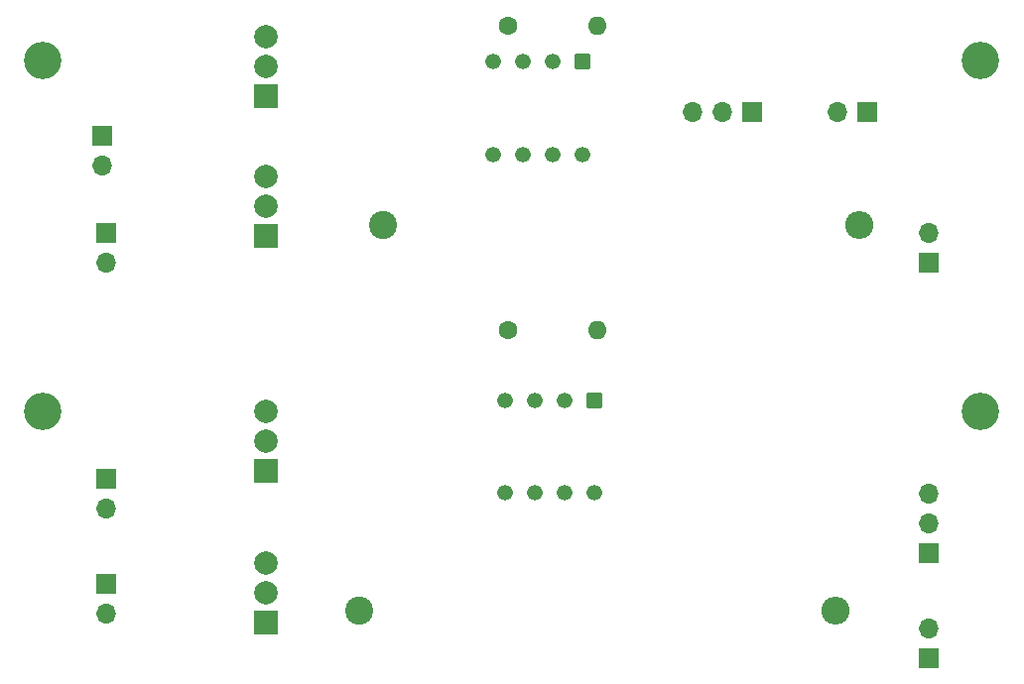
<source format=gbr>
%TF.GenerationSoftware,KiCad,Pcbnew,8.0.6*%
%TF.CreationDate,2025-01-20T16:12:01+00:00*%
%TF.ProjectId,custom_driver,63757374-6f6d-45f6-9472-697665722e6b,rev?*%
%TF.SameCoordinates,Original*%
%TF.FileFunction,Soldermask,Top*%
%TF.FilePolarity,Negative*%
%FSLAX46Y46*%
G04 Gerber Fmt 4.6, Leading zero omitted, Abs format (unit mm)*
G04 Created by KiCad (PCBNEW 8.0.6) date 2025-01-20 16:12:01*
%MOMM*%
%LPD*%
G01*
G04 APERTURE LIST*
G04 Aperture macros list*
%AMRoundRect*
0 Rectangle with rounded corners*
0 $1 Rounding radius*
0 $2 $3 $4 $5 $6 $7 $8 $9 X,Y pos of 4 corners*
0 Add a 4 corners polygon primitive as box body*
4,1,4,$2,$3,$4,$5,$6,$7,$8,$9,$2,$3,0*
0 Add four circle primitives for the rounded corners*
1,1,$1+$1,$2,$3*
1,1,$1+$1,$4,$5*
1,1,$1+$1,$6,$7*
1,1,$1+$1,$8,$9*
0 Add four rect primitives between the rounded corners*
20,1,$1+$1,$2,$3,$4,$5,0*
20,1,$1+$1,$4,$5,$6,$7,0*
20,1,$1+$1,$6,$7,$8,$9,0*
20,1,$1+$1,$8,$9,$2,$3,0*%
G04 Aperture macros list end*
%ADD10C,3.200000*%
%ADD11R,2.000000X2.000000*%
%ADD12C,2.000000*%
%ADD13R,1.700000X1.700000*%
%ADD14O,1.700000X1.700000*%
%ADD15C,1.600000*%
%ADD16O,1.600000X1.600000*%
%ADD17RoundRect,0.102000X-0.565000X0.565000X-0.565000X-0.565000X0.565000X-0.565000X0.565000X0.565000X0*%
%ADD18C,1.334000*%
%ADD19C,2.400000*%
%ADD20O,2.400000X2.400000*%
G04 APERTURE END LIST*
D10*
%TO.C,H4*%
X180000000Y-98000000D03*
%TD*%
%TO.C,H3*%
X180000000Y-68000000D03*
%TD*%
%TO.C,H2*%
X100000000Y-68000000D03*
%TD*%
%TO.C,H1*%
X100000000Y-98000000D03*
%TD*%
D11*
%TO.C,Q4*%
X119000000Y-71000000D03*
D12*
X119000000Y-68460000D03*
X119000000Y-65920000D03*
%TD*%
D13*
%TO.C,J9*%
X105000000Y-74460000D03*
D14*
X105000000Y-77000000D03*
%TD*%
D13*
%TO.C,J6*%
X175600000Y-119000000D03*
D14*
X175600000Y-116460000D03*
%TD*%
D13*
%TO.C,J8*%
X105400000Y-82700000D03*
D14*
X105400000Y-85240000D03*
%TD*%
D13*
%TO.C,J4*%
X170300000Y-72400000D03*
D14*
X167760000Y-72400000D03*
%TD*%
D15*
%TO.C,R3*%
X139685000Y-91000000D03*
D16*
X147305000Y-91000000D03*
%TD*%
D13*
%TO.C,J1*%
X105400000Y-112700000D03*
D14*
X105400000Y-115240000D03*
%TD*%
D17*
%TO.C,U2*%
X146000000Y-68060000D03*
D18*
X143460000Y-68060000D03*
X140920000Y-68060000D03*
X138380000Y-68060000D03*
X138380000Y-76000000D03*
X140920000Y-76000000D03*
X143460000Y-76000000D03*
X146000000Y-76000000D03*
%TD*%
D13*
%TO.C,J7*%
X175600000Y-110025000D03*
D14*
X175600000Y-107485000D03*
X175600000Y-104945000D03*
%TD*%
D13*
%TO.C,J3*%
X175600000Y-85300000D03*
D14*
X175600000Y-82760000D03*
%TD*%
D11*
%TO.C,Q1*%
X119000000Y-116000000D03*
D12*
X119000000Y-113460000D03*
X119000000Y-110920000D03*
%TD*%
D11*
%TO.C,Q2*%
X119000000Y-83000000D03*
D12*
X119000000Y-80460000D03*
X119000000Y-77920000D03*
%TD*%
D19*
%TO.C,R1*%
X127000000Y-115000000D03*
D20*
X167640000Y-115000000D03*
%TD*%
D15*
%TO.C,R4*%
X139685000Y-65000000D03*
D16*
X147305000Y-65000000D03*
%TD*%
D13*
%TO.C,J5*%
X160525000Y-72400000D03*
D14*
X157985000Y-72400000D03*
X155445000Y-72400000D03*
%TD*%
D11*
%TO.C,Q3*%
X119000000Y-103080000D03*
D12*
X119000000Y-100540000D03*
X119000000Y-98000000D03*
%TD*%
D17*
%TO.C,U1*%
X147000000Y-97000000D03*
D18*
X144460000Y-97000000D03*
X141920000Y-97000000D03*
X139380000Y-97000000D03*
X139380000Y-104940000D03*
X141920000Y-104940000D03*
X144460000Y-104940000D03*
X147000000Y-104940000D03*
%TD*%
D13*
%TO.C,J2*%
X105400000Y-103700000D03*
D14*
X105400000Y-106240000D03*
%TD*%
D19*
%TO.C,R2*%
X129000000Y-82000000D03*
D20*
X169640000Y-82000000D03*
%TD*%
M02*

</source>
